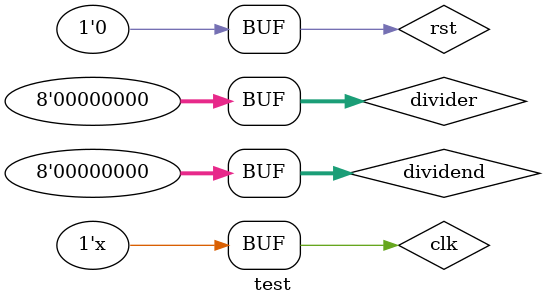
<source format=v>
module test;

localparam W=8;

reg clk, rst;

reg [W-1:0] divider,dividend;
wire done;
wire [W-1:0] quotient, reminder;
wire en_dividend;
wire  en_divider;
wire en_quotient;
wire [2:0] cur_state;
wire [2:0] next_state;
Divider #(W) div(dividend, divider, clk,rst, done, reminder,  quotient,en_dividend,en_divider,en_quotient,cur_state,next_state);


always begin
  # 10 clk = ~clk;
end

initial begin

  clk = 0; rst = 0;
  //10/3
  #20 rst = 1;
  		dividend=10; divider=3;
  #60 rst = 0;
  // 20/3
  #400 rst = 1;
  		dividend=20; divider=3;
  #60 rst = 0;  
  // 0/3
  #400 rst = 1;
  		dividend=0; divider=3;
  #60 rst = 0;   
  // 1/3
  #400 rst = 1;
  		dividend=1; divider=3;
  #60 rst = 0;  
  // 1/0
  #400 rst = 1;
  		dividend=1; divider=0;
  #60 rst = 0;
  // 0/0  
  #400 rst = 1;
  		dividend=0; divider=0;
  #60 rst = 0;      		
end
endmodule

</source>
